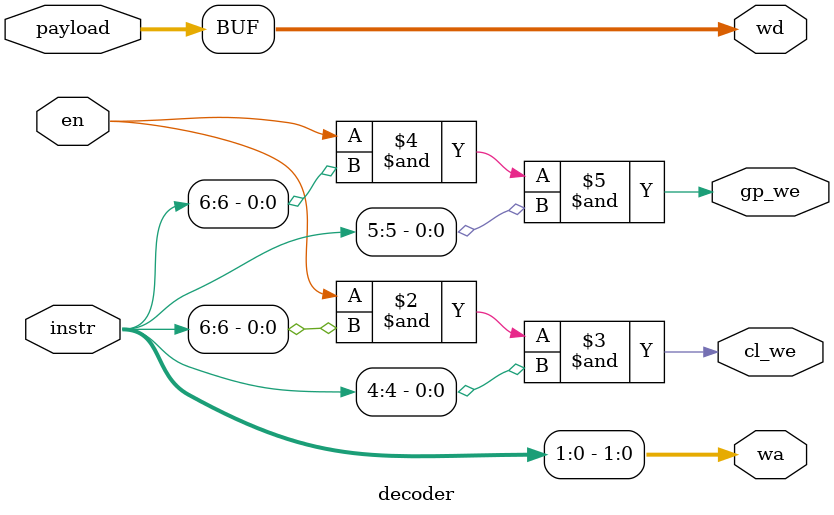
<source format=sv>
module decoder(
    input logic en,
    input logic [7:0] instr,
    input logic [31:0] payload,
    output logic cl_we, gp_we,
    output logic [1:0] wa,
    output logic [31:0] wd
);

    always_comb begin
        cl_we = en & instr[6] & instr[4];
        gp_we = en & instr[6] & instr[5];
        wa = instr[3:0];
        wd = payload;
    end

endmodule

</source>
